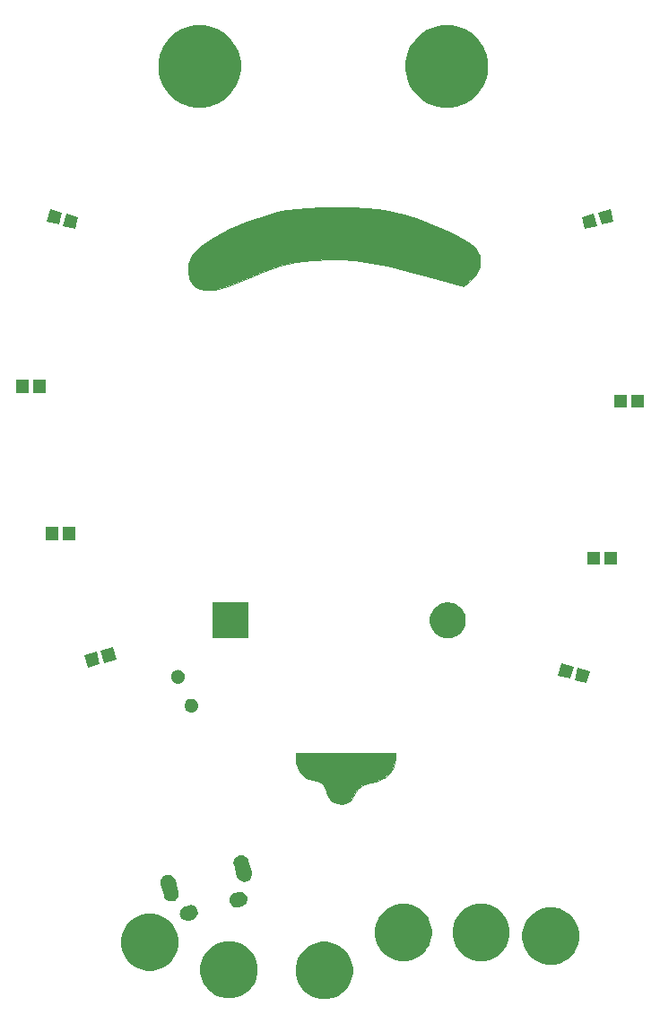
<source format=gts>
G04 #@! TF.GenerationSoftware,KiCad,Pcbnew,(5.0.2)-1*
G04 #@! TF.CreationDate,2019-03-18T22:35:41-04:00*
G04 #@! TF.ProjectId,Badge2019,42616467-6532-4303-9139-2e6b69636164,rev?*
G04 #@! TF.SameCoordinates,Original*
G04 #@! TF.FileFunction,Soldermask,Top*
G04 #@! TF.FilePolarity,Negative*
%FSLAX46Y46*%
G04 Gerber Fmt 4.6, Leading zero omitted, Abs format (unit mm)*
G04 Created by KiCad (PCBNEW (5.0.2)-1) date 3/18/2019 10:35:41 PM*
%MOMM*%
%LPD*%
G01*
G04 APERTURE LIST*
%ADD10C,0.010000*%
%ADD11C,0.100000*%
G04 APERTURE END LIST*
D10*
G04 #@! TO.C,G\002A\002A\002A*
G36*
X210053348Y-67603586D02*
X211381451Y-67649654D01*
X212462072Y-67747260D01*
X213438567Y-67910095D01*
X214454292Y-68151849D01*
X214617567Y-68195408D01*
X216024467Y-68628768D01*
X217496407Y-69173639D01*
X218915742Y-69776898D01*
X220164829Y-70385423D01*
X221126022Y-70946092D01*
X221653692Y-71372581D01*
X222042985Y-72178809D01*
X222043189Y-73122696D01*
X221680824Y-74005426D01*
X221240626Y-74469463D01*
X220511053Y-75011874D01*
X217497468Y-74170319D01*
X215229906Y-73559466D01*
X213349370Y-73109552D01*
X211739779Y-72800341D01*
X210285050Y-72611594D01*
X208869100Y-72523074D01*
X207972051Y-72509648D01*
X206238624Y-72564067D01*
X204703410Y-72753499D01*
X203196663Y-73117201D01*
X201548632Y-73694430D01*
X199948618Y-74365247D01*
X198323876Y-75015144D01*
X197067250Y-75358744D01*
X196113780Y-75403425D01*
X195398509Y-75156565D01*
X195099673Y-74915963D01*
X194669709Y-74326911D01*
X194523722Y-73598943D01*
X194557350Y-72910700D01*
X194885434Y-72140912D01*
X195684490Y-71317071D01*
X196898194Y-70474021D01*
X198470222Y-69646602D01*
X200344250Y-68869658D01*
X201974164Y-68322688D01*
X202975505Y-68035201D01*
X203859094Y-67835495D01*
X204765055Y-67707547D01*
X205833517Y-67635331D01*
X207204607Y-67602825D01*
X208334409Y-67595367D01*
X210053348Y-67603586D01*
X210053348Y-67603586D01*
G37*
X210053348Y-67603586D02*
X211381451Y-67649654D01*
X212462072Y-67747260D01*
X213438567Y-67910095D01*
X214454292Y-68151849D01*
X214617567Y-68195408D01*
X216024467Y-68628768D01*
X217496407Y-69173639D01*
X218915742Y-69776898D01*
X220164829Y-70385423D01*
X221126022Y-70946092D01*
X221653692Y-71372581D01*
X222042985Y-72178809D01*
X222043189Y-73122696D01*
X221680824Y-74005426D01*
X221240626Y-74469463D01*
X220511053Y-75011874D01*
X217497468Y-74170319D01*
X215229906Y-73559466D01*
X213349370Y-73109552D01*
X211739779Y-72800341D01*
X210285050Y-72611594D01*
X208869100Y-72523074D01*
X207972051Y-72509648D01*
X206238624Y-72564067D01*
X204703410Y-72753499D01*
X203196663Y-73117201D01*
X201548632Y-73694430D01*
X199948618Y-74365247D01*
X198323876Y-75015144D01*
X197067250Y-75358744D01*
X196113780Y-75403425D01*
X195398509Y-75156565D01*
X195099673Y-74915963D01*
X194669709Y-74326911D01*
X194523722Y-73598943D01*
X194557350Y-72910700D01*
X194885434Y-72140912D01*
X195684490Y-71317071D01*
X196898194Y-70474021D01*
X198470222Y-69646602D01*
X200344250Y-68869658D01*
X201974164Y-68322688D01*
X202975505Y-68035201D01*
X203859094Y-67835495D01*
X204765055Y-67707547D01*
X205833517Y-67635331D01*
X207204607Y-67602825D01*
X208334409Y-67595367D01*
X210053348Y-67603586D01*
G36*
X214082831Y-119685264D02*
X213836216Y-120563414D01*
X213178608Y-121303346D01*
X212233360Y-121787275D01*
X211777908Y-121886168D01*
X211002851Y-122064576D01*
X210534985Y-122434118D01*
X210245283Y-122939109D01*
X209845491Y-123573635D01*
X209356110Y-123821654D01*
X209039894Y-123844384D01*
X208382101Y-123736073D01*
X207987589Y-123508678D01*
X207714978Y-123004829D01*
X207524814Y-122439204D01*
X207270180Y-121892225D01*
X206763712Y-121711567D01*
X206567530Y-121705437D01*
X205676999Y-121465370D01*
X205019429Y-120835888D01*
X204728794Y-119953073D01*
X204724936Y-119833858D01*
X204724936Y-119031753D01*
X214082831Y-119031753D01*
X214082831Y-119685264D01*
X214082831Y-119685264D01*
G37*
X214082831Y-119685264D02*
X213836216Y-120563414D01*
X213178608Y-121303346D01*
X212233360Y-121787275D01*
X211777908Y-121886168D01*
X211002851Y-122064576D01*
X210534985Y-122434118D01*
X210245283Y-122939109D01*
X209845491Y-123573635D01*
X209356110Y-123821654D01*
X209039894Y-123844384D01*
X208382101Y-123736073D01*
X207987589Y-123508678D01*
X207714978Y-123004829D01*
X207524814Y-122439204D01*
X207270180Y-121892225D01*
X206763712Y-121711567D01*
X206567530Y-121705437D01*
X205676999Y-121465370D01*
X205019429Y-120835888D01*
X204728794Y-119953073D01*
X204724936Y-119833858D01*
X204724936Y-119031753D01*
X214082831Y-119031753D01*
X214082831Y-119685264D01*
D11*
G36*
X208196340Y-136976759D02*
X208661388Y-137169388D01*
X208687710Y-137180291D01*
X208803752Y-137257828D01*
X209129933Y-137475775D01*
X209506005Y-137851847D01*
X209506007Y-137851850D01*
X209748877Y-138215330D01*
X209801490Y-138294072D01*
X210005021Y-138785440D01*
X210108780Y-139307072D01*
X210108780Y-139838928D01*
X210005021Y-140360560D01*
X209801490Y-140851928D01*
X209506005Y-141294153D01*
X209129933Y-141670225D01*
X209129930Y-141670227D01*
X208687710Y-141965709D01*
X208687709Y-141965710D01*
X208687708Y-141965710D01*
X208196340Y-142169241D01*
X207674708Y-142273000D01*
X207142852Y-142273000D01*
X206621220Y-142169241D01*
X206129852Y-141965710D01*
X206129851Y-141965710D01*
X206129850Y-141965709D01*
X205687630Y-141670227D01*
X205687627Y-141670225D01*
X205311555Y-141294153D01*
X205016070Y-140851928D01*
X204812539Y-140360560D01*
X204708780Y-139838928D01*
X204708780Y-139307072D01*
X204812539Y-138785440D01*
X205016070Y-138294072D01*
X205068684Y-138215330D01*
X205311553Y-137851850D01*
X205311555Y-137851847D01*
X205687627Y-137475775D01*
X206013808Y-137257828D01*
X206129850Y-137180291D01*
X206156172Y-137169388D01*
X206621220Y-136976759D01*
X207142852Y-136873000D01*
X207674708Y-136873000D01*
X208196340Y-136976759D01*
X208196340Y-136976759D01*
G37*
G36*
X199189500Y-136898019D02*
X199680868Y-137101550D01*
X199680870Y-137101551D01*
X199914755Y-137257828D01*
X200123093Y-137397035D01*
X200499165Y-137773107D01*
X200499167Y-137773110D01*
X200701637Y-138076127D01*
X200794650Y-138215332D01*
X200998181Y-138706700D01*
X201101940Y-139228332D01*
X201101940Y-139760188D01*
X200998181Y-140281820D01*
X200965565Y-140360561D01*
X200794649Y-140773190D01*
X200503097Y-141209528D01*
X200499165Y-141215413D01*
X200123093Y-141591485D01*
X200123090Y-141591487D01*
X199680870Y-141886969D01*
X199680869Y-141886970D01*
X199680868Y-141886970D01*
X199189500Y-142090501D01*
X198667868Y-142194260D01*
X198136012Y-142194260D01*
X197614380Y-142090501D01*
X197123012Y-141886970D01*
X197123011Y-141886970D01*
X197123010Y-141886969D01*
X196680790Y-141591487D01*
X196680787Y-141591485D01*
X196304715Y-141215413D01*
X196300783Y-141209528D01*
X196009231Y-140773190D01*
X195838315Y-140360561D01*
X195805699Y-140281820D01*
X195701940Y-139760188D01*
X195701940Y-139228332D01*
X195805699Y-138706700D01*
X196009230Y-138215332D01*
X196102244Y-138076127D01*
X196304713Y-137773110D01*
X196304715Y-137773107D01*
X196680787Y-137397035D01*
X196889125Y-137257828D01*
X197123010Y-137101551D01*
X197123012Y-137101550D01*
X197614380Y-136898019D01*
X198136012Y-136794260D01*
X198667868Y-136794260D01*
X199189500Y-136898019D01*
X199189500Y-136898019D01*
G37*
G36*
X191701580Y-134307219D02*
X192192948Y-134510750D01*
X192192950Y-134510751D01*
X192520210Y-134729419D01*
X192635173Y-134806235D01*
X193011245Y-135182307D01*
X193306730Y-135624532D01*
X193510261Y-136115900D01*
X193614020Y-136637532D01*
X193614020Y-137169388D01*
X193510261Y-137691020D01*
X193306730Y-138182388D01*
X193011245Y-138624613D01*
X192635173Y-139000685D01*
X192635170Y-139000687D01*
X192192950Y-139296169D01*
X192192949Y-139296170D01*
X192192948Y-139296170D01*
X191701580Y-139499701D01*
X191179948Y-139603460D01*
X190648092Y-139603460D01*
X190126460Y-139499701D01*
X189635092Y-139296170D01*
X189635091Y-139296170D01*
X189635090Y-139296169D01*
X189192870Y-139000687D01*
X189192867Y-139000685D01*
X188816795Y-138624613D01*
X188521310Y-138182388D01*
X188317779Y-137691020D01*
X188214020Y-137169388D01*
X188214020Y-136637532D01*
X188317779Y-136115900D01*
X188521310Y-135624532D01*
X188816795Y-135182307D01*
X189192867Y-134806235D01*
X189307830Y-134729419D01*
X189635090Y-134510751D01*
X189635092Y-134510750D01*
X190126460Y-134307219D01*
X190648092Y-134203460D01*
X191179948Y-134203460D01*
X191701580Y-134307219D01*
X191701580Y-134307219D01*
G37*
G36*
X229572980Y-133730639D02*
X230064348Y-133934170D01*
X230064350Y-133934171D01*
X230447794Y-134190380D01*
X230506573Y-134229655D01*
X230882645Y-134605727D01*
X230882647Y-134605730D01*
X231065598Y-134879535D01*
X231178130Y-135047952D01*
X231381661Y-135539320D01*
X231485420Y-136060952D01*
X231485420Y-136592808D01*
X231381661Y-137114440D01*
X231322267Y-137257830D01*
X231178129Y-137605810D01*
X231013732Y-137851847D01*
X230882645Y-138048033D01*
X230506573Y-138424105D01*
X230506570Y-138424107D01*
X230064350Y-138719589D01*
X230064349Y-138719590D01*
X230064348Y-138719590D01*
X229572980Y-138923121D01*
X229051348Y-139026880D01*
X228519492Y-139026880D01*
X227997860Y-138923121D01*
X227506492Y-138719590D01*
X227506491Y-138719590D01*
X227506490Y-138719589D01*
X227064270Y-138424107D01*
X227064267Y-138424105D01*
X226688195Y-138048033D01*
X226557108Y-137851847D01*
X226392711Y-137605810D01*
X226248573Y-137257830D01*
X226189179Y-137114440D01*
X226085420Y-136592808D01*
X226085420Y-136060952D01*
X226189179Y-135539320D01*
X226392710Y-135047952D01*
X226505243Y-134879535D01*
X226688193Y-134605730D01*
X226688195Y-134605727D01*
X227064267Y-134229655D01*
X227123046Y-134190380D01*
X227506490Y-133934171D01*
X227506492Y-133934170D01*
X227997860Y-133730639D01*
X228519492Y-133626880D01*
X229051348Y-133626880D01*
X229572980Y-133730639D01*
X229572980Y-133730639D01*
G37*
G36*
X222991840Y-133382659D02*
X223483208Y-133586190D01*
X223483210Y-133586191D01*
X223699393Y-133730640D01*
X223925433Y-133881675D01*
X224301505Y-134257747D01*
X224301507Y-134257750D01*
X224568015Y-134656607D01*
X224596990Y-134699972D01*
X224800521Y-135191340D01*
X224904280Y-135712972D01*
X224904280Y-136244828D01*
X224800521Y-136766460D01*
X224633623Y-137169387D01*
X224596989Y-137257830D01*
X224364476Y-137605810D01*
X224301505Y-137700053D01*
X223925433Y-138076125D01*
X223925430Y-138076127D01*
X223483210Y-138371609D01*
X223483209Y-138371610D01*
X223483208Y-138371610D01*
X222991840Y-138575141D01*
X222470208Y-138678900D01*
X221938352Y-138678900D01*
X221416720Y-138575141D01*
X220925352Y-138371610D01*
X220925351Y-138371610D01*
X220925350Y-138371609D01*
X220483130Y-138076127D01*
X220483127Y-138076125D01*
X220107055Y-137700053D01*
X220044084Y-137605810D01*
X219811571Y-137257830D01*
X219774937Y-137169387D01*
X219608039Y-136766460D01*
X219504280Y-136244828D01*
X219504280Y-135712972D01*
X219608039Y-135191340D01*
X219811570Y-134699972D01*
X219840546Y-134656607D01*
X220107053Y-134257750D01*
X220107055Y-134257747D01*
X220483127Y-133881675D01*
X220709167Y-133730640D01*
X220925350Y-133586191D01*
X220925352Y-133586190D01*
X221416720Y-133382659D01*
X221938352Y-133278900D01*
X222470208Y-133278900D01*
X222991840Y-133382659D01*
X222991840Y-133382659D01*
G37*
G36*
X215653780Y-133382659D02*
X216145148Y-133586190D01*
X216145150Y-133586191D01*
X216361333Y-133730640D01*
X216587373Y-133881675D01*
X216963445Y-134257747D01*
X216963447Y-134257750D01*
X217229955Y-134656607D01*
X217258930Y-134699972D01*
X217462461Y-135191340D01*
X217566220Y-135712972D01*
X217566220Y-136244828D01*
X217462461Y-136766460D01*
X217295563Y-137169387D01*
X217258929Y-137257830D01*
X217026416Y-137605810D01*
X216963445Y-137700053D01*
X216587373Y-138076125D01*
X216587370Y-138076127D01*
X216145150Y-138371609D01*
X216145149Y-138371610D01*
X216145148Y-138371610D01*
X215653780Y-138575141D01*
X215132148Y-138678900D01*
X214600292Y-138678900D01*
X214078660Y-138575141D01*
X213587292Y-138371610D01*
X213587291Y-138371610D01*
X213587290Y-138371609D01*
X213145070Y-138076127D01*
X213145067Y-138076125D01*
X212768995Y-137700053D01*
X212706024Y-137605810D01*
X212473511Y-137257830D01*
X212436877Y-137169387D01*
X212269979Y-136766460D01*
X212166220Y-136244828D01*
X212166220Y-135712972D01*
X212269979Y-135191340D01*
X212473510Y-134699972D01*
X212502486Y-134656607D01*
X212768993Y-134257750D01*
X212768995Y-134257747D01*
X213145067Y-133881675D01*
X213371107Y-133730640D01*
X213587290Y-133586191D01*
X213587292Y-133586190D01*
X214078660Y-133382659D01*
X214600292Y-133278900D01*
X215132148Y-133278900D01*
X215653780Y-133382659D01*
X215653780Y-133382659D01*
G37*
G36*
X194843992Y-133401203D02*
X194978278Y-133432514D01*
X195103875Y-133489422D01*
X195215956Y-133569739D01*
X195310215Y-133670378D01*
X195383030Y-133787473D01*
X195431600Y-133916524D01*
X195454061Y-134052570D01*
X195449549Y-134190384D01*
X195418238Y-134324669D01*
X195361331Y-134450266D01*
X195281013Y-134562348D01*
X195180374Y-134656607D01*
X195063279Y-134729421D01*
X194966570Y-134765819D01*
X194604985Y-134862705D01*
X194503034Y-134879537D01*
X194365220Y-134875025D01*
X194230935Y-134843713D01*
X194105338Y-134786806D01*
X193993256Y-134706489D01*
X193898997Y-134605850D01*
X193826183Y-134488754D01*
X193777612Y-134359704D01*
X193755151Y-134223658D01*
X193759663Y-134085844D01*
X193790975Y-133951559D01*
X193847882Y-133825962D01*
X193928199Y-133713880D01*
X194028838Y-133619621D01*
X194145934Y-133546807D01*
X194242642Y-133510409D01*
X194604226Y-133413523D01*
X194706178Y-133396691D01*
X194843992Y-133401203D01*
X194843992Y-133401203D01*
G37*
G36*
X199528732Y-132145930D02*
X199663018Y-132177241D01*
X199788615Y-132234149D01*
X199900696Y-132314466D01*
X199994955Y-132415105D01*
X200067770Y-132532200D01*
X200116340Y-132661251D01*
X200138801Y-132797297D01*
X200134289Y-132935111D01*
X200102978Y-133069396D01*
X200046071Y-133194993D01*
X199965753Y-133307075D01*
X199865114Y-133401334D01*
X199748019Y-133474148D01*
X199651310Y-133510546D01*
X199289725Y-133607432D01*
X199187774Y-133624264D01*
X199049960Y-133619752D01*
X198915675Y-133588440D01*
X198790078Y-133531533D01*
X198677996Y-133451216D01*
X198583737Y-133350577D01*
X198510923Y-133233481D01*
X198462352Y-133104431D01*
X198439891Y-132968385D01*
X198444403Y-132830571D01*
X198475715Y-132696286D01*
X198532622Y-132570689D01*
X198612939Y-132458607D01*
X198713578Y-132364348D01*
X198830674Y-132291534D01*
X198927382Y-132255136D01*
X199288966Y-132158250D01*
X199390918Y-132141418D01*
X199528732Y-132145930D01*
X199528732Y-132145930D01*
G37*
G36*
X192664903Y-130542788D02*
X192739955Y-130545244D01*
X192879035Y-130577674D01*
X192950178Y-130609909D01*
X193009118Y-130636614D01*
X193099690Y-130701517D01*
X193125205Y-130719801D01*
X193201902Y-130801690D01*
X193222828Y-130824032D01*
X193298243Y-130945309D01*
X193335945Y-131045482D01*
X193639077Y-132176787D01*
X193656512Y-132282390D01*
X193654334Y-132348929D01*
X193651840Y-132425127D01*
X193622239Y-132552073D01*
X193619409Y-132564208D01*
X193579520Y-132652244D01*
X193560468Y-132694292D01*
X193477285Y-132810374D01*
X193373050Y-132908002D01*
X193251776Y-132983414D01*
X193154882Y-133019882D01*
X193118115Y-133033720D01*
X192977210Y-133056984D01*
X192905842Y-133054647D01*
X192834473Y-133052312D01*
X192695397Y-133019882D01*
X192695393Y-133019881D01*
X192565312Y-132960941D01*
X192529266Y-132935111D01*
X192449225Y-132877755D01*
X192351603Y-132773525D01*
X192351601Y-132773523D01*
X192276187Y-132652246D01*
X192243052Y-132564208D01*
X192238487Y-132552079D01*
X192238485Y-132552073D01*
X191935353Y-131420768D01*
X191917918Y-131315164D01*
X191920134Y-131247481D01*
X191922590Y-131172429D01*
X191955020Y-131033349D01*
X192013960Y-130903267D01*
X192013960Y-130903266D01*
X192097145Y-130787182D01*
X192097147Y-130787179D01*
X192201377Y-130689557D01*
X192201378Y-130689556D01*
X192322655Y-130614141D01*
X192389485Y-130588988D01*
X192456313Y-130563836D01*
X192481801Y-130559628D01*
X192597220Y-130540572D01*
X192664903Y-130542788D01*
X192664903Y-130542788D01*
G37*
G36*
X199571273Y-128692232D02*
X199646325Y-128694688D01*
X199785405Y-128727118D01*
X199856548Y-128759353D01*
X199915488Y-128786058D01*
X200011506Y-128854864D01*
X200031575Y-128869245D01*
X200094681Y-128936623D01*
X200129198Y-128973476D01*
X200204613Y-129094753D01*
X200242315Y-129194926D01*
X200545447Y-130326231D01*
X200562882Y-130431834D01*
X200560704Y-130498373D01*
X200558210Y-130574571D01*
X200528609Y-130701517D01*
X200525779Y-130713652D01*
X200485890Y-130801688D01*
X200466838Y-130843736D01*
X200383655Y-130959818D01*
X200279420Y-131057446D01*
X200158146Y-131132858D01*
X200061252Y-131169326D01*
X200024485Y-131183164D01*
X199883580Y-131206428D01*
X199812212Y-131204091D01*
X199740843Y-131201756D01*
X199601767Y-131169326D01*
X199601763Y-131169325D01*
X199471682Y-131110385D01*
X199397805Y-131057446D01*
X199355595Y-131027199D01*
X199257973Y-130922969D01*
X199257971Y-130922967D01*
X199182557Y-130801690D01*
X199182556Y-130801688D01*
X199144857Y-130701523D01*
X199144855Y-130701517D01*
X198841723Y-129570212D01*
X198824288Y-129464608D01*
X198826504Y-129396925D01*
X198828960Y-129321873D01*
X198861390Y-129182793D01*
X198920330Y-129052711D01*
X198920330Y-129052710D01*
X199003515Y-128936626D01*
X199003517Y-128936623D01*
X199107747Y-128839001D01*
X199107748Y-128839000D01*
X199229025Y-128763585D01*
X199295855Y-128738433D01*
X199362683Y-128713280D01*
X199388171Y-128709072D01*
X199503590Y-128690016D01*
X199571273Y-128692232D01*
X199571273Y-128692232D01*
G37*
G36*
X194993244Y-113951459D02*
X195035104Y-113959785D01*
X195069751Y-113974136D01*
X195153396Y-114008783D01*
X195259860Y-114079920D01*
X195350392Y-114170452D01*
X195421529Y-114276916D01*
X195470527Y-114395209D01*
X195495506Y-114520785D01*
X195495506Y-114648827D01*
X195470527Y-114774403D01*
X195421529Y-114892696D01*
X195350392Y-114999160D01*
X195259860Y-115089692D01*
X195153396Y-115160829D01*
X195069751Y-115195476D01*
X195035104Y-115209827D01*
X194993244Y-115218153D01*
X194909527Y-115234806D01*
X194781485Y-115234806D01*
X194697768Y-115218153D01*
X194655908Y-115209827D01*
X194621261Y-115195476D01*
X194537616Y-115160829D01*
X194431152Y-115089692D01*
X194340620Y-114999160D01*
X194269483Y-114892696D01*
X194220485Y-114774403D01*
X194195506Y-114648827D01*
X194195506Y-114520785D01*
X194220485Y-114395209D01*
X194269483Y-114276916D01*
X194340620Y-114170452D01*
X194431152Y-114079920D01*
X194537616Y-114008783D01*
X194621261Y-113974136D01*
X194655908Y-113959785D01*
X194697768Y-113951459D01*
X194781485Y-113934806D01*
X194909527Y-113934806D01*
X194993244Y-113951459D01*
X194993244Y-113951459D01*
G37*
G36*
X193725389Y-111232535D02*
X193767249Y-111240861D01*
X193801896Y-111255212D01*
X193885541Y-111289859D01*
X193992005Y-111360996D01*
X194082537Y-111451528D01*
X194153674Y-111557992D01*
X194202672Y-111676285D01*
X194227651Y-111801861D01*
X194227651Y-111929903D01*
X194202672Y-112055479D01*
X194153674Y-112173772D01*
X194082537Y-112280236D01*
X193992005Y-112370768D01*
X193885541Y-112441905D01*
X193803609Y-112475842D01*
X193767249Y-112490903D01*
X193725389Y-112499229D01*
X193641672Y-112515882D01*
X193513630Y-112515882D01*
X193429913Y-112499229D01*
X193388053Y-112490903D01*
X193351693Y-112475842D01*
X193269761Y-112441905D01*
X193163297Y-112370768D01*
X193072765Y-112280236D01*
X193001628Y-112173772D01*
X192952630Y-112055479D01*
X192927651Y-111929903D01*
X192927651Y-111801861D01*
X192952630Y-111676285D01*
X193001628Y-111557992D01*
X193072765Y-111451528D01*
X193163297Y-111360996D01*
X193269761Y-111289859D01*
X193353406Y-111255212D01*
X193388053Y-111240861D01*
X193429913Y-111232535D01*
X193513630Y-111215882D01*
X193641672Y-111215882D01*
X193725389Y-111232535D01*
X193725389Y-111232535D01*
G37*
G36*
X232479948Y-111316731D02*
X232169365Y-112475842D01*
X231010254Y-112165259D01*
X231320837Y-111006148D01*
X232479948Y-111316731D01*
X232479948Y-111316731D01*
G37*
G36*
X230934466Y-110902621D02*
X230623883Y-112061732D01*
X229464772Y-111751149D01*
X229775355Y-110592038D01*
X230934466Y-110902621D01*
X230934466Y-110902621D01*
G37*
G36*
X186210146Y-110666659D02*
X185051035Y-110977242D01*
X184740452Y-109818131D01*
X185899563Y-109507548D01*
X186210146Y-110666659D01*
X186210146Y-110666659D01*
G37*
G36*
X187755628Y-110252549D02*
X186596517Y-110563132D01*
X186285934Y-109404021D01*
X187445045Y-109093438D01*
X187755628Y-110252549D01*
X187755628Y-110252549D01*
G37*
G36*
X219440893Y-104881313D02*
X219550372Y-104903090D01*
X219859752Y-105031239D01*
X220138187Y-105217283D01*
X220374977Y-105454073D01*
X220561021Y-105732508D01*
X220689170Y-106041888D01*
X220754500Y-106370325D01*
X220754500Y-106705195D01*
X220689170Y-107033632D01*
X220561021Y-107343012D01*
X220374977Y-107621447D01*
X220138187Y-107858237D01*
X219859752Y-108044281D01*
X219550372Y-108172430D01*
X219440893Y-108194207D01*
X219221937Y-108237760D01*
X218887063Y-108237760D01*
X218668107Y-108194207D01*
X218558628Y-108172430D01*
X218249248Y-108044281D01*
X217970813Y-107858237D01*
X217734023Y-107621447D01*
X217547979Y-107343012D01*
X217419830Y-107033632D01*
X217354500Y-106705195D01*
X217354500Y-106370325D01*
X217419830Y-106041888D01*
X217547979Y-105732508D01*
X217734023Y-105454073D01*
X217970813Y-105217283D01*
X218249248Y-105031239D01*
X218558628Y-104903090D01*
X218668107Y-104881313D01*
X218887063Y-104837760D01*
X219221937Y-104837760D01*
X219440893Y-104881313D01*
X219440893Y-104881313D01*
G37*
G36*
X200264500Y-108237760D02*
X196864500Y-108237760D01*
X196864500Y-104837760D01*
X200264500Y-104837760D01*
X200264500Y-108237760D01*
X200264500Y-108237760D01*
G37*
G36*
X235016500Y-101252580D02*
X233816500Y-101252580D01*
X233816500Y-100052580D01*
X235016500Y-100052580D01*
X235016500Y-101252580D01*
X235016500Y-101252580D01*
G37*
G36*
X233416500Y-101252580D02*
X232216500Y-101252580D01*
X232216500Y-100052580D01*
X233416500Y-100052580D01*
X233416500Y-101252580D01*
X233416500Y-101252580D01*
G37*
G36*
X183878580Y-98948800D02*
X182678580Y-98948800D01*
X182678580Y-97748800D01*
X183878580Y-97748800D01*
X183878580Y-98948800D01*
X183878580Y-98948800D01*
G37*
G36*
X182278580Y-98948800D02*
X181078580Y-98948800D01*
X181078580Y-97748800D01*
X182278580Y-97748800D01*
X182278580Y-98948800D01*
X182278580Y-98948800D01*
G37*
G36*
X237586980Y-86479940D02*
X236386980Y-86479940D01*
X236386980Y-85279940D01*
X237586980Y-85279940D01*
X237586980Y-86479940D01*
X237586980Y-86479940D01*
G37*
G36*
X235986980Y-86479940D02*
X234786980Y-86479940D01*
X234786980Y-85279940D01*
X235986980Y-85279940D01*
X235986980Y-86479940D01*
X235986980Y-86479940D01*
G37*
G36*
X179515160Y-85067700D02*
X178315160Y-85067700D01*
X178315160Y-83867700D01*
X179515160Y-83867700D01*
X179515160Y-85067700D01*
X179515160Y-85067700D01*
G37*
G36*
X181115160Y-85067700D02*
X179915160Y-85067700D01*
X179915160Y-83867700D01*
X181115160Y-83867700D01*
X181115160Y-85067700D01*
X181115160Y-85067700D01*
G37*
G36*
X233179826Y-69315459D02*
X232020715Y-69626042D01*
X231710132Y-68466931D01*
X232869243Y-68156348D01*
X233179826Y-69315459D01*
X233179826Y-69315459D01*
G37*
G36*
X184186928Y-68466931D02*
X183876345Y-69626042D01*
X182717234Y-69315459D01*
X183027817Y-68156348D01*
X184186928Y-68466931D01*
X184186928Y-68466931D01*
G37*
G36*
X234725308Y-68901349D02*
X233566197Y-69211932D01*
X233255614Y-68052821D01*
X234414725Y-67742238D01*
X234725308Y-68901349D01*
X234725308Y-68901349D01*
G37*
G36*
X182641446Y-68052821D02*
X182330863Y-69211932D01*
X181171752Y-68901349D01*
X181482335Y-67742238D01*
X182641446Y-68052821D01*
X182641446Y-68052821D01*
G37*
G36*
X196517231Y-50484797D02*
X196768388Y-50534755D01*
X197478143Y-50828745D01*
X198108401Y-51249871D01*
X198116908Y-51255555D01*
X198660125Y-51798772D01*
X198660127Y-51798775D01*
X199086935Y-52437537D01*
X199259594Y-52854372D01*
X199380925Y-53147293D01*
X199530800Y-53900762D01*
X199530800Y-54668998D01*
X199487858Y-54884880D01*
X199380925Y-55422468D01*
X199086935Y-56132223D01*
X198665809Y-56762481D01*
X198660125Y-56770988D01*
X198116908Y-57314205D01*
X198116905Y-57314207D01*
X197478143Y-57741015D01*
X196768388Y-58035005D01*
X196517231Y-58084963D01*
X196014918Y-58184880D01*
X195246682Y-58184880D01*
X194744369Y-58084963D01*
X194493212Y-58035005D01*
X193783457Y-57741015D01*
X193144695Y-57314207D01*
X193144692Y-57314205D01*
X192601475Y-56770988D01*
X192595791Y-56762481D01*
X192174665Y-56132223D01*
X191880675Y-55422468D01*
X191773742Y-54884880D01*
X191730800Y-54668998D01*
X191730800Y-53900762D01*
X191880675Y-53147293D01*
X192002007Y-52854372D01*
X192174665Y-52437537D01*
X192601473Y-51798775D01*
X192601475Y-51798772D01*
X193144692Y-51255555D01*
X193153199Y-51249871D01*
X193783457Y-50828745D01*
X194493212Y-50534755D01*
X194744369Y-50484797D01*
X195246682Y-50384880D01*
X196014918Y-50384880D01*
X196517231Y-50484797D01*
X196517231Y-50484797D01*
G37*
G36*
X219857291Y-50484797D02*
X220108448Y-50534755D01*
X220818203Y-50828745D01*
X221448461Y-51249871D01*
X221456968Y-51255555D01*
X222000185Y-51798772D01*
X222000187Y-51798775D01*
X222426995Y-52437537D01*
X222599654Y-52854372D01*
X222720985Y-53147293D01*
X222870860Y-53900762D01*
X222870860Y-54668998D01*
X222827918Y-54884880D01*
X222720985Y-55422468D01*
X222426995Y-56132223D01*
X222005869Y-56762481D01*
X222000185Y-56770988D01*
X221456968Y-57314205D01*
X221456965Y-57314207D01*
X220818203Y-57741015D01*
X220108448Y-58035005D01*
X219857291Y-58084963D01*
X219354978Y-58184880D01*
X218586742Y-58184880D01*
X218084429Y-58084963D01*
X217833272Y-58035005D01*
X217123517Y-57741015D01*
X216484755Y-57314207D01*
X216484752Y-57314205D01*
X215941535Y-56770988D01*
X215935851Y-56762481D01*
X215514725Y-56132223D01*
X215220735Y-55422468D01*
X215113802Y-54884880D01*
X215070860Y-54668998D01*
X215070860Y-53900762D01*
X215220735Y-53147293D01*
X215342067Y-52854372D01*
X215514725Y-52437537D01*
X215941533Y-51798775D01*
X215941535Y-51798772D01*
X216484752Y-51255555D01*
X216493259Y-51249871D01*
X217123517Y-50828745D01*
X217833272Y-50534755D01*
X218084429Y-50484797D01*
X218586742Y-50384880D01*
X219354978Y-50384880D01*
X219857291Y-50484797D01*
X219857291Y-50484797D01*
G37*
M02*

</source>
